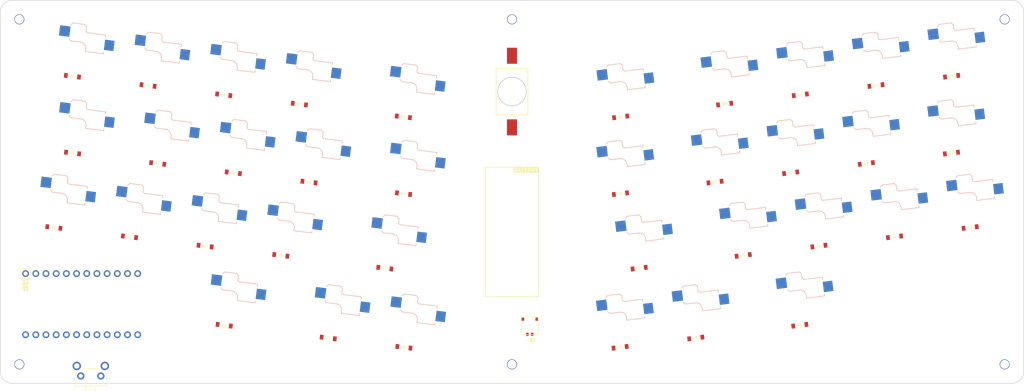
<source format=kicad_pcb>
(kicad_pcb (version 20240108) (generator "pcbnew") (generator_version "8.0")
  (title_block (title "Blasphemy") (rev "v1.0.0") (company "Unknown"))
  (layers (0 "F.Cu" signal) (31 "B.Cu" signal) (34 "B.Paste" user) (35 "F.Paste" user) (36 "B.SilkS" user "B.Silkscreen") (37 "F.SilkS" user "F.Silkscreen") (38 "B.Mask" user) (39 "F.Mask" user) (44 "Edge.Cuts" user))
  (net 0 "")
  (net 1 "RAW")
  (net 2 "GND")
  (net 3 "RST")
  (net 4 "VCC")
  (net 5 "C11")
  (net 6 "C10")
  (net 7 "C9")
  (net 8 "C8")
  (net 9 "C7")
  (net 10 "C6")
  (net 11 "C5")
  (net 12 "C4")
  (net 13 "P1")
  (net 14 "P0")
  (net 15 "C3")
  (net 16 "C2")
  (net 17 "C1")
  (net 18 "R1")
  (net 19 "R2")
  (net 20 "R3")
  (net 21 "R4")
  (net 22 "R5")
  (net 23 "q_top")
  (net 24 "w_top")
  (net 25 "e_top")
  (net 26 "r_top")
  (net 27 "t_top")
  (net 28 "mirror_q_top")
  (net 29 "mirror_w_top")
  (net 30 "mirror_e_top")
  (net 31 "mirror_r_top")
  (net 32 "mirror_t_top")
  (net 33 "a_home")
  (net 34 "s_home")
  (net 35 "d_home")
  (net 36 "f_home")
  (net 37 "g_home")
  (net 38 "mirror_a_home")
  (net 39 "mirror_s_home")
  (net 40 "mirror_d_home")
  (net 41 "mirror_f_home")
  (net 42 "mirror_g_home")
  (net 43 "z_bottom")
  (net 44 "x_bottom")
  (net 45 "c_bottom")
  (net 46 "v_bottom")
  (net 47 "b_bottom")
  (net 48 "mirror_z_bottom")
  (net 49 "mirror_x_bottom")
  (net 50 "mirror_c_bottom")
  (net 51 "mirror_v_bottom")
  (net 52 "mirror_b_bottom")
  (net 53 "flex_thumb")
  (net 54 "base_thumb")
  (net 55 "ext_thumb")
  (net 56 "mirror_flex_thumb")
  (net 57 "mirror_base_thumb")
  (net 58 "mirror_ext_thumb")
  (net 59 "BAT_CONN")
  (footprint "ComboDiode" (layer "F.Cu") (at 13.617995 44.995002 -7)
    (property "Reference" "D22" (hide yes))
    (property "Value" "")
    (pad "1" smd rect (at -1.65 0 353) (size 0.9 1.2) (layers "F.Cu" "F.Paste" "F.Mask") (net 21 "R4"))
    (pad "2" smd rect (at 1.65 0 353) (size 0.9 1.2) (layers "F.Cu" "F.Paste" "F.Mask") (net 44 "x_bottom"))
  )
  (footprint "ComboDiode" (layer "F.Cu") (at 81.896052 15.09312 -7)
    (property "Reference" "D5" (hide yes))
    (property "Value" "")
    (pad "1" smd rect (at -1.65 0 353) (size 0.9 1.2) (layers "F.Cu" "F.Paste" "F.Mask") (net 18 "R1"))
    (pad "2" smd rect (at 1.65 0 353) (size 0.9 1.2) (layers "F.Cu" "F.Paste" "F.Mask") (net 27 "t_top"))
  )
  (footprint "ComboDiode" (layer "F.Cu") (at 161.988908 11.909283 7)
    (property "Reference" "D9" (hide yes))
    (property "Value" "")
    (pad "1" smd rect (at -1.65 0 7) (size 0.9 1.2) (layers "F.Cu" "F.Paste" "F.Mask") (net 18 "R1"))
    (pad "2" smd rect (at 1.65 0 7) (size 0.9 1.2) (layers "F.Cu" "F.Paste" "F.Mask") (net 31 "mirror_r_top"))
  )
  (footprint "ComboDiode" (layer "F.Cu") (at 199.705662 7.278248 7)
    (property "Reference" "D7" (hide yes))
    (property "Value" "")
    (pad "1" smd rect (at -1.65 0 7) (size 0.9 1.2) (layers "F.Cu" "F.Paste" "F.Mask") (net 18 "R1"))
    (pad "2" smd rect (at 1.65 0 7) (size 0.9 1.2) (layers "F.Cu" "F.Paste" "F.Mask") (net 29 "mirror_w_top"))
  )
  (footprint "ComboDiode" (layer "F.Cu") (at 136.01686 34.240937 7)
    (property "Reference" "D20" (hide yes))
    (property "Value" "")
    (pad "1" smd rect (at -1.65 0 7) (size 0.9 1.2) (layers "F.Cu" "F.Paste" "F.Mask") (net 20 "R3"))
    (pad "2" smd rect (at 1.65 0 7) (size 0.9 1.2) (layers "F.Cu" "F.Paste" "F.Mask") (net 42 "mirror_g_home"))
  )
  (footprint "ComboDiode" (layer "F.Cu") (at 51.334749 49.626037 -7)
    (property "Reference" "D24" (hide yes))
    (property "Value" "")
    (pad "1" smd rect (at -1.65 0 353) (size 0.9 1.2) (layers "F.Cu" "F.Paste" "F.Mask") (net 21 "R4"))
    (pad "2" smd rect (at 1.65 0 353) (size 0.9 1.2) (layers "F.Cu" "F.Paste" "F.Mask") (net 46 "v_bottom"))
  )
  (footprint "ComboDiode" (layer "F.Cu") (at 185.47832 47.31052 7)
    (property "Reference" "D28" (hide yes))
    (property "Value" "")
    (pad "1" smd rect (at -1.65 0 7) (size 0.9 1.2) (layers "F.Cu" "F.Paste" "F.Mask") (net 21 "R4"))
    (pad "2" smd rect (at 1.65 0 7) (size 0.9 1.2) (layers "F.Cu" "F.Paste" "F.Mask") (net 50 "mirror_c_bottom"))
  )
  (footprint "ComboDiode" (layer "F.Cu") (at 178.448208 29.031022 7)
    (property "Reference" "D18" (hide yes))
    (property "Value" "")
    (pad "1" smd rect (at -1.65 0 7) (size 0.9 1.2) (layers "F.Cu" "F.Paste" "F.Mask") (net 20 "R3"))
    (pad "2" smd rect (at 1.65 0 7) (size 0.9 1.2) (layers "F.Cu" "F.Paste" "F.Mask") (net 40 "mirror_d_home"))
  )
  (footprint "ComboDiode" (layer "F.Cu") (at 20.648107 26.715505 -7)
    (property "Reference" "D12" (hide yes))
    (property "Value" "")
    (pad "1" smd rect (at -1.65 0 353) (size 0.9 1.2) (layers "F.Cu" "F.Paste" "F.Mask") (net 20 "R3"))
    (pad "2" smd rect (at 1.65 0 353) (size 0.9 1.2) (layers "F.Cu" "F.Paste" "F.Mask") (net 34 "s_home"))
  )
  (footprint "ComboDiode" (layer "F.Cu") (at 39.506484 29.031022 -7)
    (property "Reference" "D13" (hide yes))
    (property "Value" "")
    (pad "1" smd rect (at -1.65 0 353) (size 0.9 1.2) (layers "F.Cu" "F.Paste" "F.Mask") (net 20 "R3"))
    (pad "2" smd rect (at 1.65 0 353) (size 0.9 1.2) (layers "F.Cu" "F.Paste" "F.Mask") (net 35 "d_home"))
  )
  (footprint "ComboDiode" (layer "F.Cu") (at 223.195074 42.679485 7)
    (property "Reference" "D26" (hide yes))
    (property "Value" "")
    (pad "1" smd rect (at -1.65 0 7) (size 0.9 1.2) (layers "F.Cu" "F.Paste" "F.Mask") (net 21 "R4"))
    (pad "2" smd rect (at 1.65 0 7) (size 0.9 1.2) (layers "F.Cu" "F.Paste" "F.Mask") (net 48 "mirror_z_bottom"))
  )
  (footprint "ComboDiode" (layer "F.Cu") (at 197.306585 26.715505 7)
    (property "Reference" "D17" (hide yes))
    (property "Value" "")
    (pad "1" smd rect (at -1.65 0 7) (size 0.9 1.2) (layers "F.Cu" "F.Paste" "F.Mask") (net 20 "R3"))
    (pad "2" smd rect (at 1.65 0 7) (size 0.9 1.2) (layers "F.Cu" "F.Paste" "F.Mask") (net 39 "mirror_s_home"))
  )
  (footprint "ComboDiode" (layer "F.Cu") (at 37.107407 9.593766 -7)
    (property "Reference" "D3" (hide yes))
    (property "Value" "")
    (pad "1" smd rect (at -1.65 0 353) (size 0.9 1.2) (layers "F.Cu" "F.Paste" "F.Mask") (net 18 "R1"))
    (pad "2" smd rect (at 1.65 0 353) (size 0.9 1.2) (layers "F.Cu" "F.Paste" "F.Mask") (net 25 "e_top"))
  )
  (footprint "ComboDiode" (layer "F.Cu") (at 135.933301 72.53657 7)
    (property "Reference" "D36" (hide yes))
    (property "Value" "")
    (pad "1" smd rect (at -1.65 0 7) (size 0.9 1.2) (layers "F.Cu" "F.Paste" "F.Mask") (net 22 "R5"))
    (pad "2" smd rect (at 1.65 0 7) (size 0.9 1.2) (layers "F.Cu" "F.Paste" "F.Mask") (net 58 "mirror_ext_thumb"))
  )
  (footprint "ComboDiode" (layer "F.Cu") (at 82.021391 72.53657 -7)
    (property "Reference" "D33" (hide yes))
    (property "Value" "")
    (pad "1" smd rect (at -1.65 0 353) (size 0.9 1.2) (layers "F.Cu" "F.Paste" "F.Mask") (net 22 "R5"))
    (pad "2" smd rect (at 1.65 0 353) (size 0.9 1.2) (layers "F.Cu" "F.Paste" "F.Mask") (net 55 "ext_thumb"))
  )
  (footprint "ComboDiode" (layer "F.Cu") (at -0.609347 4.962731 -7)
    (property "Reference" "D1" (hide yes))
    (property "Value" "")
    (pad "1" smd rect (at -1.65 0 353) (size 0.9 1.2) (layers "F.Cu" "F.Paste" "F.Mask") (net 18 "R1"))
    (pad "2" smd rect (at 1.65 0 353) (size 0.9 1.2) (layers "F.Cu" "F.Paste" "F.Mask") (net 23 "q_top"))
  )
  (footprint "ComboDiode" (layer "F.Cu") (at 218.564039 4.962731 7)
    (property "Reference" "D6" (hide yes))
    (property "Value" "")
    (pad "1" smd rect (at -1.65 0 7) (size 0.9 1.2) (layers "F.Cu" "F.Paste" "F.Mask") (net 18 "R1"))
    (pad "2" smd rect (at 1.65 0 7) (size 0.9 1.2) (layers "F.Cu" "F.Paste" "F.Mask") (net 28 "mirror_q_top"))
  )
  (footprint "ComboDiode" (layer "F.Cu") (at 180.847285 9.593766 7)
    (property "Reference" "D8" (hide yes))
    (property "Value" "")
    (pad "1" smd rect (at -1.65 0 7) (size 0.9 1.2) (layers "F.Cu" "F.Paste" "F.Mask") (net 18 "R1"))
    (pad "2" smd rect (at 1.65 0 7) (size 0.9 1.2) (layers "F.Cu" "F.Paste" "F.Mask") (net 30 "mirror_e_top"))
  )
  (footprint "ComboDiode" (layer "F.Cu") (at 140.689675 52.809874 7)
    (property "Reference" "D30" (hide yes))
    (property "Value" "")
    (pad "1" smd rect (at -1.65 0 7) (size 0.9 1.2) (layers "F.Cu" "F.Paste" "F.Mask") (net 21 "R4"))
    (pad "2" smd rect (at 1.65 0 7) (size 0.9 1.2) (layers "F.Cu" "F.Paste" "F.Mask") (net 52 "mirror_b_bottom"))
  )
  (footprint "ComboDiode" (layer "F.Cu") (at 204.336697 44.995002 7)
    (property "Reference" "D27" (hide yes))
    (property "Value" "")
    (pad "1" smd rect (at -1.65 0 7) (size 0.9 1.2) (layers "F.Cu" "F.Paste" "F.Mask") (net 21 "R4"))
    (pad "2" smd rect (at 1.65 0 7) (size 0.9 1.2) (layers "F.Cu" "F.Paste" "F.Mask") (net 49 "mirror_x_bottom"))
  )
  (footprint "ComboDiode" (layer "F.Cu") (at 154.791678 70.221052 7)
    (property "Reference" "D35" (hide yes))
    (property "Value" "")
    (pad "1" smd rect (at -1.65 0 7) (size 0.9 1.2) (layers "F.Cu" "F.Paste" "F.Mask") (net 22 "R5"))
    (pad "2" smd rect (at 1.65 0 7) (size 0.9 1.2) (layers "F.Cu" "F.Paste" "F.Mask") (net 57 "mirror_base_thumb"))
  )
  (footprint "ComboDiode" (layer "F.Cu") (at 55.965784 11.909283 -7)
    (property "Reference" "D4" (hide yes))
    (property "Value" "")
    (pad "1" smd rect (at -1.65 0 353) (size 0.9 1.2) (layers "F.Cu" "F.Paste" "F.Mask") (net 18 "R1"))
    (pad "2" smd rect (at 1.65 0 353) (size 0.9 1.2) (layers "F.Cu" "F.Paste" "F.Mask") (net 26 "r_top"))
  )
  (footprint "ComboDiode" (layer "F.Cu") (at 37.232746 67.037216 -7)
    (property "Reference" "D31" (hide yes))
    (property "Value" "")
    (pad "1" smd rect (at -1.65 0 353) (size 0.9 1.2) (layers "F.Cu" "F.Paste" "F.Mask") (net 22 "R5"))
    (pad "2" smd rect (at 1.65 0 353) (size 0.9 1.2) (layers "F.Cu" "F.Paste" "F.Mask") (net 53 "flex_thumb"))
  )
  (footprint "mounting_hole" (layer "F.Cu") (at -13.835154 76.7869)
    (property "Reference" "H4" (hide yes))
    (property "Value" "")
    (pad "" thru_hole circle (at 0 0 180) (size 2.46 2.46) (drill 2.2) (layers "*.Cu" "*.Mask"))
  )
  (footprint "ComboDiode" (layer "F.Cu") (at -5.240382 42.679485 -7)
    (property "Reference" "D21" (hide yes))
    (property "Value" "")
    (pad "1" smd rect (at -1.65 0 353) (size 0.9 1.2) (layers "F.Cu" "F.Paste" "F.Mask") (net 21 "R4"))
    (pad "2" smd rect (at 1.65 0 353) (size 0.9 1.2) (layers "F.Cu" "F.Paste" "F.Mask") (net 43 "z_bottom"))
  )
  (footprint "ComboDiode" (layer "F.Cu") (at 81.937832 34.240937 -7)
    (property "Reference" "D15" (hide yes))
    (property "Value" "")
    (pad "1" smd rect (at -1.65 0 353) (size 0.9 1.2) (layers "F.Cu" "F.Paste" "F.Mask") (net 20 "R3"))
    (pad "2" smd rect (at 1.65 0 353) (size 0.9 1.2) (layers "F.Cu" "F.Paste" "F.Mask") (net 37 "g_home"))
  )
  (footprint "ComboDiode" (layer "F.Cu") (at -0.567567 24.110547 -7)
    (property "Reference" "D11" (hide yes))
    (property "Value" "")
    (pad "1" smd rect (at -1.65 0 353) (size 0.9 1.2) (layers "F.Cu" "F.Paste" "F.Mask") (net 20 "R3"))
    (pad "2" smd rect (at 1.65 0 353) (size 0.9 1.2) (layers "F.Cu" "F.Paste" "F.Mask") (net 33 "a_home"))
  )
  (footprint "ComboDiode" (layer "F.Cu") (at 32.476372 47.31052 -7)
    (property "Reference" "D23" (hide yes))
    (property "Value" "")
    (pad "1" smd rect (at -1.65 0 353) (size 0.9 1.2) (layers "F.Cu" "F.Paste" "F.Mask") (net 21 "R4"))
    (pad "2" smd rect (at 1.65 0 353) (size 0.9 1.2) (layers "F.Cu" "F.Paste" "F.Mask") (net 45 "c_bottom"))
  )
  (footprint "ComboDiode" (layer "F.Cu") (at 218.522259 24.110547 7)
    (property "Reference" "D16" (hide yes))
    (property "Value" "")
    (pad "1" smd rect (at -1.65 0 7) (size 0.9 1.2) (layers "F.Cu" "F.Paste" "F.Mask") (net 20 "R3"))
    (pad "2" smd rect (at 1.65 0 7) (size 0.9 1.2) (layers "F.Cu" "F.Paste" "F.Mask") (net 38 "mirror_a_home"))
  )
  (footprint "mounting_hole" (layer "F.Cu") (at 108.977346 76.7869)
    (property "Reference" "H5" (hide yes))
    (property "Value" "")
    (pad "" thru_hole circle (at 0 0 180) (size 2.46 2.46) (drill 2.2) (layers "*.Cu" "*.Mask"))
  )
  (footprint "ComboDiode" (layer "F.Cu") (at 180.721946 67.037216 7)
    (property "Reference" "D34" (hide yes))
    (property "Value" "")
    (pad "1" smd rect (at -1.65 0 7) (size 0.9 1.2) (layers "F.Cu" "F.Paste" "F.Mask") (net 22 "R5"))
    (pad "2" smd rect (at 1.65 0 7) (size 0.9 1.2) (layers "F.Cu" "F.Paste" "F.Mask") (net 56 "mirror_flex_thumb"))
  )
  (footprint "1:SKHLLCA010" (layer "F.Cu") (at 3.977346 78.4369 180)
    (property "Reference" "S37" (hide yes))
    (property "Value" "SKHLLCA010")
    (pad "1" thru_hole circle (at 2.5 -1.25 180) (size 1.8 1.8) (drill 1) (layers "*.Cu" "B.Mask") (net 3 "RST"))
    (pad "2" thru_hole circle (at -2.5 -1.25 180) (size 1.8 1.8) (drill 1) (layers "*.Cu" "B.Mask") (net 2 "GND"))
    (pad "MP" thru_hole circle (at -3.5 1.25 180) (size 2.1 2.1) (drill 1.3) (layers "*.Cu" "*.Mask"))
    (pad "MP" thru_hole circle (at 3.5 1.25 180) (size 2.1 2.1) (drill 1.3) (layers "*.Cu" "*.Mask"))
  )
  (footprint "ComboDiode" (layer "F.Cu") (at 166.619943 49.626037 7)
    (property "Reference" "D29" (hide yes))
    (property "Value" "")
    (pad "1" smd rect (at -1.65 0 7) (size 0.9 1.2) (layers "F.Cu" "F.Paste" "F.Mask") (net 21 "R4"))
    (pad "2" smd rect (at 1.65 0 7) (size 0.9 1.2) (layers "F.Cu" "F.Paste" "F.Mask") (net 51 "mirror_v_bottom"))
  )
  (footprint "mounting_hole" (layer "F.Cu") (at 231.789846 -9.2131)
    (property "Reference" "H3" (hide yes))
    (property "Value" "")
    (pad "" thru_hole circle (at 0 0 180) (size 2.46 2.46) (drill 2.2) (layers "*.Cu" "*.Mask"))
  )
  (footprint "1:1208YD" (layer "F.Cu") (at 108.977346 8.7869 -90)
    (property "Reference" "SW1" (hide yes))
    (property "Value" "" (hide yes))
    (fp_circle (center 0 0) (end 3.55 0) (stroke (width 0.2)) (fill none) (layer "Edge.Cuts"))
    (pad "1" smd rect (at -8.925 0 270) (size 4 2.5) (layers "F.Cu" "F.Paste" "F.Mask") (net 1 "RAW"))
    (pad "2" smd rect (at 8.925 0 270) (size 4 2.5) (layers "F.Cu" "F.Paste" "F.Mask") (net 59 "BAT_CONN"))
  )
  (footprint "mounting_hole" (layer "F.Cu") (at 108.977346 -9.2131)
    (property "Reference" "H2" (hide yes))
    (property "Value" "")
    (pad "" thru_hole circle (at 0 0 180) (size 2.46 2.46) (drill 2.2) (layers "*.Cu" "*.Mask"))
  )
  (footprint "ComboDiode" (layer "F.Cu") (at 159.589832 31.34654 7)
    (property "Reference" "D19" (hide yes))
    (property "Value" "")
    (pad "1" smd rect (at -1.65 0 7) (size 0.9 1.2) (layers "F.Cu" "F.Paste" "F.Mask") (net 20 "R3"))
    (pad "2" smd rect (at 1.65 0 7) (size 0.9 1.2) (layers "F.Cu" "F.Paste" "F.Mask") (net 41 "mirror_f_home"))
  )
  (footprint "ComboDiode" (layer "F.Cu") (at 18.24903 7.278248 -7)
    (property "Reference" "D2" (hide yes))
    (property "Value" "")
    (pad "1" smd rect (at -1.65 0 353) (size 0.9 1.2) (layers "F.Cu" "F.Paste" "F.Mask") (net 18 "R1"))
    (pad "2" smd rect (at 1.65 0 353) (size 0.9 1.2) (layers "F.Cu" "F.Paste" "F.Mask") (net 24 "w_top"))
  )
  (footprint "ComboDiode" (layer "F.Cu") (at 58.364861 31.34654 -7)
    (property "Reference" "D14" (hide yes))
    (property "Value" "")
    (pad "1" smd rect (at -1.65 0 353) (size 0.9 1.2) (layers "F.Cu" "F.Paste" "F.Mask") (net 20 "R3"))
    (pad "2" smd rect (at 1.65 0 353) (size 0.9 1.2) (layers "F.Cu" "F.Paste" "F.Mask") (net 36 "f_home"))
  )
  (footprint "1:supermini_front" (layer "F.Cu") (at 0.424846 61.7869 90)
    (property "Reference" "MCU1" (hide yes))
    (property "Value" "")
    (fp_text user "RAW" (at 4.76 -12.7 90) (layer "F.SilkS" knockout))
    (pad "1" thru_hole circle (at 7.62 -12.7 90) (size 1.7 1.7) (drill 1) (layers "*.Cu" "*.Mask") (net 1 "RAW"))
    (pad "2" thru_hole circle (at 7.62 -10.16 90) (size 1.7 1.7) (drill 1) (layers "*.Cu" "*.Mask") (net 2 "GND"))
    (pad "3" thru_hole circle (at 7.62 -7.62 90) (size 1.7 1.7) (drill 1) (layers "*.Cu" "*.Mask") (net 3 "RST"))
    (pad "4" thru_hole circle (at 7.62 -5.08 90) (size 1.7 1.7) (drill 1) (layers "*.Cu" "*.Mask") (net 4 "VCC"))
    (pad "5" thru_hole circle (at 7.62 -2.54 90) (size 1.7 1.7) (drill 1) (layers "*.Cu" "*.Mask") (net 5 "C11"))
    (pad "6" thru_hole circle (at 7.62 0 90) (size 1.7 1.7) (drill 1) (layers "*.Cu" "*.Mask") (net 6 "C10"))
    (pad "7" thru_hole circle (at 7.62 2.54 90) (size 1.7 1.7) (drill 1) (layers "*.Cu" "*.Mask") (net 7 "C9"))
    (pad "8" thru_hole circle (at 7.62 5.08 90) (size 1.7 1.7) (drill 1) (layers "*.Cu" "*.Mask") (net 8 "C8"))
    (pad "9" thru_hole circle (at 7.62 7.62 90) (size 1.7 1.7) (drill 1) (layers "*.Cu" "*.Mask") (net 9 "C7"))
    (pad "10" thru_hole circle (at 7.62 10.16 90) (size 1.7 1.7) (drill 1) (layers "*.Cu" "*.Mask") (net 10 "C6"))
    (pad "11" thru_hole circle (at 7.62 12.7 90) (size 1.7 1.7) (drill 1) (layers "*.Cu" "*.Mask") (net 11 "C5"))
    (pad "12" thru_hole circle (at 7.62 15.24 90) (size 1.7 1.7) (drill 1) (layers "*.Cu" "*.Mask") (net 12 "C4"))
    (pad "13" thru_hole circle (at -7.62 15.24 90) (size 1.7 1.7) (drill 1) (layers "*.Cu" "*.Mask") (net 22 "R5"))
    (pad "14" thru_hole circle (at -7.62 12.7 90) (size 1.7 1.7) (drill 1) (layers "*.Cu" "*.Mask") (net 21 "R4"))
    (pad "15" thru_hole circle (at -7.62 10.16 90) (size 1.7 1.7) (drill 1) (layers "*.Cu" "*.Mask") (net 20 "R3"))
    (pad "16" thru_hole circle (at -7.62 7.62 90) (size 1.7 1.7) (drill 1) (layers "*.Cu" "*.Mask") (net 19 "R2"))
    (pad "17" thru_hole circle (at -7.62 5.08 90) (size 1.7 1.7) (drill 1) (layers "*.Cu" "*.Mask") (net 18 "R1"))
    (pad "18" thru_hole circle (at -7.62 2.54 90) (size 1.7 1.7) (drill 1) (layers "*.Cu" "*.Mask") (net 17 "C1"))
    (pad "19" thru_hole circle (at -7.62 0 90) (size 1.7 1.7) (drill 1) (layers "*.Cu" "*.Mask") (net 16 "C2"))
    (pad "20" thru_hole circle (at -7.62 -2.54 90) (size 1.7 1.7) (drill 1) (layers "*.Cu" "*.Mask") (net 15 "C3"))
    (pad "21" thru_hole circle (at -7.62 -5.08 90) (size 1.7 1.7) (drill 1) (layers "*.Cu" "*.Mask") (net 2 "GND"))
    (pad "22" thru_hole circle (at -7.62 -7.62 90) (size 1.7 1.7) (drill 1) (layers "*.Cu" "*.Mask") (net 2 "GND"))
    (pad "23" thru_hole circle (at -7.62 -10.16 90) (size 1.7 1.7) (drill 1) (layers "*.Cu" "*.Mask") (net 14 "P0"))
    (pad "24" thru_hole circle (at -7.62 -12.7 90) (size 1.7 1.7) (drill 1) (layers "*.Cu" "*.Mask") (net 13 "P1"))
  )
  (footprint "1:conn_molex_pico_front" (layer "F.Cu") (at 113.417346 67.4369 180)
    (property "Reference" "CONN1" (hide yes))
    (property "Value" "" (hide yes))
    (fp_text user "+" (at -1.32 -2.75 180) (layer "F.SilkS" knockout) (effects (justify left bottom)))
    (pad "1" smd roundrect (at -0.6 -1.875 180) (size 0.6 0.85) (layers "F.Cu" "F.Paste" "F.Mask") (net 59 "BAT_CONN"))
    (pad "2" smd roundrect (at 0.6 -1.875 180) (size 0.6 0.85) (layers "F.Cu" "F.Paste" "F.Mask") (net 2 "GND"))
    (pad "MP" smd roundrect (at -1.75 1.9 180) (size 0.7 0.8) (layers "F.Cu" "F.Paste" "F.Mask"))
    (pad "MP" smd roundrect (at 1.75 1.9 180) (size 0.7 0.8) (layers "F.Cu" "F.Paste" "F.Mask"))
  )
  (footprint "ComboDiode" (layer "F.Cu") (at 77.265017 52.809874 -7)
    (property "Reference" "D25" (hide yes))
    (property "Value" "")
    (pad "1" smd rect (at -1.65 0 353) (size 0.9 1.2) (layers "F.Cu" "F.Paste" "F.Mask") (net 21 "R4"))
    (pad "2" smd rect (at 1.65 0 353) (size 0.9 1.2) (layers "F.Cu" "F.Paste" "F.Mask") (net 47 "b_bottom"))
  )
  (footprint "mounting_hole" (layer "F.Cu") (at -13.835154 -9.2131)
    (property "Reference" "H1" (hide yes))
    (property "Value" "")
    (pad "" thru_hole circle (at 0 0 180) (size 2.46 2.46) (drill 2.2) (layers "*.Cu" "*.Mask"))
  )
  (footprint "mounting_hole" (layer "F.Cu") (at 231.789846 76.7869)
    (property "Reference" "H6" (hide yes))
    (property "Value" "")
    (pad "" thru_hole circle (at 0 0 180) (size 2.46 2.46) (drill 2.2) (layers "*.Cu" "*.Mask"))
  )
  (footprint "ComboDiode" (layer "F.Cu") (at 63.163014 70.221052 -7)
    (property "Reference" "D32" (hide yes))
    (property "Value" "")
    (pad "1" smd rect (at -1.65 0 353) (size 0.9 1.2) (layers "F.Cu" "F.Paste" "F.Mask") (net 22 "R5"))
    (pad "2" smd rect (at 1.65 0 353) (size 0.9 1.2) (layers "F.Cu" "F.Paste" "F.Mask") (net 54 "base_thumb"))
  )
  (footprint "ComboDiode" (layer "F.Cu") (at 136.05864 15.09312 7)
    (property "Reference" "D10" (hide yes))
    (property "Value" "")
    (pad "1" smd rect (at -1.65 0 7) (size 0.9 1.2) (layers "F.Cu" "F.Paste" "F.Mask") (net 18 "R1"))
    (pad "2" smd rect (at 1.65 0 7) (size 0.9 1.2) (layers "F.Cu" "F.Paste" "F.Mask") (net 32 "mirror_t_top"))
  )
  (footprint "1:switch_choc_v1_v2_blp_1.5u_home_tilted_r" (layer "B.Cu") (at 135.407514 29.278206 7)
    (property "Reference" "S20" (hide yes))
    (property "Value" "")
    (pad "" np_thru_hole circle (at -5.5 0 7) (size 1.9 1.9) (drill 1.9) (layers "*.Cu"))
    (pad "" np_thru_hole circle (at 0 -5.95 7) (size 3 3) (drill 3) (layers "*.Cu" "*.Mask"))
    (pad "" np_thru_hole circle (at 0 0 7) (size 5 5) (drill 5) (layers "*.Cu"))
    (pad "" np_thru_hole circle (at 5 -3.75 202) (size 3 3) (drill 3) (layers "*.Cu" "*.Mask"))
    (pad "" np_thru_hole circle (at 5.5 0 7) (size 1.9 1.9) (drill 1.9) (layers "*.Cu"))
    (pad "1" smd rect (at -3.275 -5.95 7) (size 2.6 2.6) (layers "B.Cu" "B.Paste" "B.Mask") (net 11 "C5"))
    (pad "2" smd rect (at 8.175 -3.75 7) (size 2.4 2.6) (layers "B.Cu" "B.Paste" "B.Mask") (net 42 "mirror_g_home"))
  )
  (footprint "1:switch_choc_v1_v2_blp_1.75u_bottom_tilted" (layer "B.Cu") (at 77.874364 47.847143 -7)
    (property "Reference" "S25" (hide yes))
    (property "Value" "")
    (pad "" np_thru_hole circle (at -5.5 0 353) (size 1.9 1.9) (drill 1.9) (layers "*.Cu"))
    (pad "" np_thru_hole circle (at 0 -5.95 353) (size 3 3) (drill 3) (layers "*.Cu" "*.Mask"))
    (pad "" np_thru_hole circle (at 0 0 353) (size 5 5) (drill 5) (layers "*.Cu"))
    (pad "" np_thru_hole circle (at 5 -3.75 188) (size 3 3) (drill 3) (layers "*.Cu" "*.Mask"))
    (pad "" np_thru_hole circle (at 5.5 0 353) (size 1.9 1.9) (drill 1.9) (layers "*.Cu"))
    (pad "1" smd rect (at -3.275 -5.95 353) (size 2.6 2.6) (layers "B.Cu" "B.Paste" "B.Mask") (net 11 "C5"))
    (pad "2" smd rect (at 8.175 -3.75 353) (size 2.4 2.6) (layers "B.Cu" "B.Paste" "B.Mask") (net 47 "b_bottom"))
  )
  (footprint "1:switch_choc_v1_v2_blp_1u_convex_ext_r" (layer "B.Cu") (at 135.323955 67.573839 7)
    (property "Reference" "S36" (hide yes))
    (property "Value" "")
    (pad "" np_thru_hole circle (at -5.5 0 7) (size 1.9 1.9) (drill 1.9) (layers "*.Cu"))
    (pad "" np_thru_hole circle (at 0 -5.95 7) (size 3 3) (drill 3) (layers "*.Cu" "*.Mask"))
    (pad "" np_thru_hole circle (at 0 0 7) (size 5 5) (drill 5) (layers "*.Cu"))
    (pad "" np_thru_hole circle (at 5 -3.75 202) (size 3 3) (drill 3) (layers "*.Cu" "*.Mask"))
    (pad "" np_thru_hole circle (at 5.5 0 7) (size 1.9 1.9) (drill 1.9) (layers "*.Cu"))
    (pad "1" smd rect (at -3.275 -5.95 7) (size 2.6 2.6) (layers "B.Cu" "B.Paste" "B.Mask") (net 15 "C3"))
    (pad "2" smd rect (at 8.175 -3.75 7) (size 2.4 2.6) (layers "B.Cu" "B.Paste" "B.Mask") (net 58 "mirror_ext_thumb"))
  )
  (footprint "1:switch_choc_v1_v2_blp_1u_home" (layer "B.Cu") (at 158.980485 26.383809 7)
    (property "Reference" "S19" (hide yes))
    (property "Value" "")
    (pad "" np_thru_hole circle (at -5.5 0 7) (size 1.9 1.9) (drill 1.9) (layers "*.Cu"))
    (pad "" np_thru_hole circle (at 0 -5.95 7) (size 3 3) (drill 3) (layers "*.Cu" "*.Mask"))
    (pad "" np_thru_hole circle (at 0 0 7) (size 5 5) (drill 5) (layers "*.Cu"))
    (pad "" np_thru_hole circle (at 5 -3.75 202) (size 3 3) (drill 3) (layers "*.Cu" "*.Mask"))
    (pad "" np_thru_hole circle (at 5.5 0 7) (size 1.9 1.9) (drill 1.9) (layers "*.Cu"))
    (pad "1" smd rect (at -3.275 -5.95 7) (size 2.6 2.6) (layers "B.Cu" "B.Paste" "B.Mask") (net 12 "C4"))
    (pad "2" smd rect (at 8.175 -3.75 7) (size 2.4 2.6) (layers "B.Cu" "B.Paste" "B.Mask") (net 41 "mirror_f_home"))
  )
  (footprint "1:switch_choc_v1_v2_blp_1u_convex_flex" (layer "B.Cu") (at 37.842093 62.074485 -7)
    (property "Reference" "S31" (hide yes))
    (property "Value" "")
    (pad "" np_thru_hole circle (at -5.5 0 353) (size 1.9 1.9) (drill 1.9) (layers "*.Cu"))
    (pad "" np_thru_hole circle (at 0 -5.95 353) (size 3 3) (drill 3) (layers "*.Cu" "*.Mask"))
    (pad "" np_thru_hole circle (at 0 0 353) (size 5 5) (drill 5) (layers "*.Cu"))
    (pad "" np_thru_hole circle (at 5 -3.75 188) (size 3 3) (drill 3) (layers "*.Cu" "*.Mask"))
    (pad "" np_thru_hole circle (at 5.5 0 353) (size 1.9 1.9) (drill 1.9) (layers "*.Cu"))
    (pad "1" smd rect (at -3.275 -5.95 353) (size 2.6 2.6) (layers "B.Cu" "B.Paste" "B.Mask") (net 17 "C1"))
    (pad "2" smd rect (at 8.175 -3.75 353) (size 2.4 2.6) (layers "B.Cu" "B.Paste" "B.Mask") (net 53 "flex_thumb"))
  )
  (footprint "1:switch_choc_v1_v2_blp_1u_top" (layer "B.Cu") (at 217.954692 0 7)
    (property "Reference" "S6" (hide yes))
    (property "Value" "")
    (pad "" np_thru_hole circle (at -5.5 0 7) (size 1.9 1.9) (drill 1.9) (layers "*.Cu"))
    (pad "" np_thru_hole circle (at 0 -5.95 7) (size 3 3) (drill 3) (layers "*.Cu" "*.Mask"))
    (pad "" np_thru_hole circle (at 0 0 7) (size 5 5) (drill 5) (layers "*.Cu"))
    (pad "" np_thru_hole circle (at 5 -3.75 202) (size 3 3) (drill 3) (layers "*.Cu" "*.Mask"))
    (pad "" np_thru_hole circle (at 5.5 0 7) (size 1.9 1.9) (drill 1.9) (layers "*.Cu"))
    (pad "1" smd rect (at -3.275 -5.95 7) (size 2.6 2.6) (layers "B.Cu" "B.Paste" "B.Mask") (net 17 "C1"))
    (pad "2" smd rect (at 8.175 -3.75 7) (size 2.4 2.6) (layers "B.Cu" "B.Paste" "B.Mask") (net 28 "mirror_q_top"))
  )
  (footprint "1:switch_choc_v1_v2_blp_1u_bottom" (layer "B.Cu") (at -4.631035 37.716754 -7)
    (property "Reference" "S21" (hide yes))
    (property "Value" "")
    (pad "" np_thru_hole circle (at -5.5 0 353) (size 1.9 1.9) (drill 1.9) (layers "*.Cu"))
    (pad "" np_thru_hole circle (at 0 -5.95 353) (size 3 3) (drill 3) (layers "*.Cu" "*.Mask"))
    (pad "" np_thru_hole circle (at 0 0 353) (size 5 5) (drill 5) (layers "*.Cu"))
    (pad "" np_thru_hole circle (at 5 -3.75 188) (size 3 3) (drill 3) (layers "*.Cu" "*.Mask"))
    (pad "" np_thru_hole circle (at 5.5 0 353) (size 1.9 1.9) (drill 1.9) (layers "*.Cu"))
    (pad "1" smd rect (at -3.275 -5.95 353) (size 2.6 2.6) (layers "B.Cu" "B.Paste" "B.Mask") (net 17 "C1"))
    (pad "2" smd rect (at 8.175 -3.75 353) (size 2.4 2.6) (layers "B.Cu" "B.Paste" "B.Mask") (net 43 "z_bottom"))
  )
  (footprint "1:switch_choc_v1_v2_blp_1u_bottom" (layer "B.Cu") (at 51.944096 44.663306 -7)
    (property "Reference" "S24" (hide yes))
    (property "Value" "")
    (pad "" np_thru_hole circle (at -5.5 0 353) (size 1.9 1.9) (drill 1.9) (layers "*.Cu"))
    (pad "" np_thru_hole circle (at 0 -5.95 353) (size 3 3) (drill 3) (layers "*.Cu" "*.Mask"))
    (pad "" np_thru_hole circle (at 0 0 353) (size 5 5) (drill 5) (layers "*.Cu"))
    (pad "" np_thru_hole circle (at 5 -3.75 188) (size 3 3) (drill 3) (layers "*.Cu" "*.Mask"))
    (pad "" np_thru_hole circle (at 5.5 0 353) (size 1.9 1.9) (drill 1.9) (layers "*.Cu"))
    (pad "1" smd rect (at -3.275 -5.95 353) (size 2.6 2.6) (layers "B.Cu" "B.Paste" "B.Mask") (net 12 "C4"))
    (pad "2" smd rect (at 8.175 -3.75 353) (size 2.4 2.6) (layers "B.Cu" "B.Paste" "B.Mask") (net 46 "v_bottom"))
  )
  (footprint "1:switch_choc_v1_v2_blp_1.5u_home_tilted" (layer "B.Cu") (at 82.547179 29.278206 -7)
    (property "Reference" "S15" (hide yes))
    (property "Value" "")
    (pad "" np_thru_hole circle (at -5.5 0 353) (size 1.9 1.9) (drill 1.9) (layers "*.Cu"))
    (pad "" np_thru_hole circle (at 0 -5.95 353) (size 3 3) (drill 3) (layers "*.Cu" "*.Mask"))
    (pad "" np_thru_hole circle (at 0 0 353) (size 5 5) (drill 5) (layers "*.Cu"))
    (pad "" np_thru_hole circle (at 5 -3.75 188) (size 3 3) (drill 3) (layers "*.Cu" "*.Mask"))
    (pad "" np_thru_hole circle (at 5.5 0 353) (size 1.9 1.9) (drill 1.9) (layers "*.Cu"))
    (pad "1" smd rect (at -3.275 -5.95 353) (size 2.6 2.6) (layers "B.Cu" "B.Paste" "B.Mask") (net 11 "C5"))
    (pad "2" smd rect (at 8.175 -3.75 353) (size 2.4 2.6) (layers "B.Cu" "B.Paste" "B.Mask") (net 37 "g_home"))
  )
  (footprint "1:switch_choc_v1_v2_blp_1.75u_bottom_tilted_r" (layer "B.Cu") (at 140.080328 47.847143 7)
    (property "Reference" "S30" (hide yes))
    (property "Value" "")
    (pad "" np_thru_hole circle (at -5.5 0 7) (size 1.9 1.9) (drill 1.9) (layers "*.Cu"))
    (pad "" np_thru_hole circle (at 0 -5.95 7) (size 3 3) (drill 3) (layers "*.Cu" "*.Mask"))
    (pad "" np_thru_hole circle (at 0 0 7) (size 5 5) (drill 5) (layers "*.Cu"))
    (pad "" np_thru_hole circle (at 5 -3.75 202) (size 3 3) (drill 3) (layers "*.Cu" "*.Mask"))
    (pad "" np_thru_hole circle (at 5.5 0 7) (size 1.9 1.9) (drill 1.9) (layers "*.Cu"))
    (pad "1" smd rect (at -3.275 -5.95 7) (size 2.6 2.6) (layers "B.Cu" "B.Paste" "B.Mask") (net 11 "C5"))
    (pad "2" smd rect (at 8.175 -3.75 7) (size 2.4 2.6) (layers "B.Cu" "B.Paste" "B.Mask") (net 52 "mirror_b_bottom"))
  )
  (footprint "1:switch_choc_v1_v2_blp_1u_convex_ext" (layer "B.Cu") (at 82.630738 67.573839 -7)
    (property "Reference" "S33" (hide yes))
    (property "Value" "")
    (pad "" np_thru_hole circle (at -5.5 0 353) (size 1.9 1.9) (drill 1.9) (layers "*.Cu"))
    (pad "" np_thru_hole circle (at 0 -5.95 353) (size 3 3) (drill 3) (layers "*.Cu" "*.Mask"))
    (pad "" np_thru_hole circle (at 0 0 353) (size 5 5) (drill 5) (layers "*.Cu"))
    (pad "" np_thru_hole circle (at 5 -3.75 188) (size 3 3) (drill 3) (layers "*.Cu" "*.Mask"))
    (pad "" np_thru_hole circle (at 5.5 0 353) (size 1.9 1.9) (drill 1.9) (layers "*.Cu"))
    (pad "1" smd rect (at -3.275 -5.95 353) (size 2.6 2.6) (layers "B.Cu" "B.Paste" "B.Mask") (net 15 "C3"))
    (pad "2" smd rect (at 8.175 -3.75 353) (size 2.4 2.6) (layers "B.Cu" "B.Paste" "B.Mask") (net 55 "ext_thumb"))
  )
  (footprint "1:switch_choc_v1_v2_blp_1u_top" (layer "B.Cu") (at 56.575131 6.946553 -7)
    (property "Reference" "S4" (hide yes))
    (property "Value" "")
    (pad "" np_thru_hole circle (at -5.5 0 353) (size 1.9 1.9) (drill 1.9) (layers "*.Cu"))
    (pad "" np_thru_hole circle (at 0 -5.95 353) (size 3 3) (drill 3) (layers "*.Cu" "*.Mask"))
    (pad "" np_thru_hole circle (at 0 0 353) (size 5 5) (drill 5) (layers "*.Cu"))
    (pad "" np_thru_hole circle (at 5 -3.75 188) (size 3 3) (drill 3) (layers "*.Cu" "*.Mask"))
    (pad "" np_thru_hole circle (at 5.5 0 353) (size 1.9 1.9) (drill 1.9) (layers "*.Cu"))
    (pad "1" smd rect (at -3.275 -5.95 353) (size 2.6 2.6) (layers "B.Cu" "B.Paste" "B.Mask") (net 12 "C4"))
    (pad "2" smd rect (at 8.175 -3.75 353) (size 2.4 2.6) (layers "B.Cu" "B.Paste" "B.Mask") (net 26 "r_top"))
  )
  (footprint "1:switch_choc_v1_v2_blp_1u_top" (layer "B.Cu") (at 0 0 -7)
    (property "Reference" "S1" (hide yes))
    (property "Value" "")
    (pad "" np_thru_hole circle (at -5.5 0 353) (size 1.9 1.9) (drill 1.9) (layers "*.Cu"))
    (pad "" np_thru_hole circle (at 0 -5.95 353) (size 3 3) (drill 3) (layers "*.Cu" "*.Mask"))
    (pad "" np_thru_hole circle (at 0 0 353) (size 5 5) (drill 5) (layers "*.Cu"))
    (pad "" np_thru_hole circle (at 5 -3.75 188) (size 3 3) (drill 3) (layers "*.Cu" "*.Mask"))
    (pad "" np_thru_hole circle (at 5.5 0 353) (size 1.9 1.9) (drill 1.9) (layers "*.Cu"))
    (pad "1" smd rect (at -3.275 -5.95 353) (size 2.6 2.6) (layers "B.Cu" "B.Paste" "B.Mask") (net 17 "C1"))
    (pad "2" smd rect (at 8.175 -3.75 353) (size 2.4 2.6) (layers "B.Cu" "B.Paste" "B.Mask") (net 23 "q_top"))
  )
  (footprint "1:switch_choc_v1_v2_blp_1u_home" (layer "B.Cu") (at 177.838862 24.068291 7)
    (property "Reference" "S18" (hide yes))
    (property "Value" "")
    (pad "" np_thru_hole circle (at -5.5 0 7) (size 1.9 1.9) (drill 1.9) (layers "*.Cu"))
    (pad "" np_thru_hole circle (at 0 -5.95 7) (size 3 3) (drill 3) (layers "*.Cu" "*.Mask"))
    (pad "" np_thru_hole circle (at 0 0 7) (size 5 5) (drill 5) (layers "*.Cu"))
    (pad "" np_thru_hole circle (at 5 -3.75 202) (size 3 3) (drill 3) (layers "*.Cu" "*.Mask"))
    (pad "" np_thru_hole circle (at 5.5 0 7) (size 1.9 1.9) (drill 1.9) (layers "*.Cu"))
    (pad "1" smd rect (at -3.275 -5.95 7) (size 2.6 2.6) (layers "B.Cu" "B.Paste" "B.Mask") (net 15 "C3"))
    (pad "2" smd rect (at 8.175 -3.75 7) (size 2.4 2.6) (layers "B.Cu" "B.Paste" "B.Mask") (net 40 "mirror_d_home"))
  )
  (footprint "1:switch_choc_v1_v2_blp_1.75u_top_tilted_r" (layer "B.Cu") (at 135.449293 10.130389 7)
    (property "Reference" "S10" (hide yes))
    (property "Value" "")
    (pad "" np_thru_hole circle (at -5.5 0 7) (size 1.9 1.9) (drill 1.9) (layers "*.Cu"))
    (pad "" np_thru_hole circle (at 0 -5.95 7) (size 3 3) (drill 3) (layers "*.Cu" "*.Mask"))
    (pad "" np_thru_hole circle (at 0 0 7) (size 5 5) (drill 5) (layers "*.Cu"))
    (pad "" np_thru_hole circle (at 5 -3.75 202) (size 3 3) (drill 3) (layers "*.Cu" "*.Mask"))
    (pad "" np_thru_hole circle (at 5.5 0 7) (size 1.9 1.9) (drill 1.9) (layers "*.Cu"))
    (pad "1" smd rect (at -3.275 -5.95 7) (size 2.6 2.6) (layers "B.Cu" "B.Paste" "B.Mask") (net 11 "C5"))
    (pad "2" smd rect (at 8.175 -3.75 7) (size 2.4 2.6) (layers "B.Cu" "B.Paste" "B.Mask") (net 32 "mirror_t_top"))
  )
  (footprint "1:switch_choc_v1_v2_blp_1u_convex_base" (layer "B.Cu") (at 63.772361 65.258321 -7)
    (property "Reference" "S32" (hide yes))
    (property "Value" "")
    (pad "" np_thru_hole circle (at -5.5 0 353) (size 1.9 1.9) (drill 1.9) (layers "*.Cu"))
    (pad "" np_thru_hole circle (at 0 -5.95 353) (size 3 3) (drill 3) (layers "*.Cu" "*.Mask"))
    (pad "" np_thru_hole circle (at 0 0 353) (size 5 5) (drill 5) (layers "*.Cu"))
    (pad "" np_thru_hole circle (at 5 -3.75 188) (size 3 3) (drill 3) (layers "*.Cu" "*.Mask"))
    (pad "" np_thru_hole circle (at 5.5 0 353) (size 1.9 1.9) (drill 1.9) (layers "*.Cu"))
    (pad "1" smd rect (at -3.275 -5.95 353) (size 2.6 2.6) (layers "B.Cu" "B.Paste" "B.Mask") (net 16 "C2"))
    (pad "2" smd rect (at 8.175 -3.75 353) (size 2.4 2.6) (layers "B.Cu" "B.Paste" "B.Mask") (net 54 "base_thumb"))
  )
  (footprint "1:switch_choc_v1_v2_blp_1u_bottom" (layer "B.Cu") (at 203.72735 40.032271 7)
    (property "Reference" "S27" (hide yes))
    (property "Value" "")
    (pad "" np_thru_hole circle (at -5.5 0 7) (size 1.9 1.9) (drill 1.9) (layers "*.Cu"))
    (pad "" np_thru_hole circle (at 0 -5.95 7) (size 3 3) (drill 3) (layers "*.Cu" "*.Mask"))
    (pad "" np_thru_hole circle (at 0 0 7) (size 5 5) (drill 5) (layers "*.Cu"))
    (pad "" np_thru_hole circle (at 5 -3.75 202) (size 3 3) (drill 3) (layers "*.Cu" "*.Mask"))
    (pad "" np_thru_hole circle (at 5.5 0 7) (size 1.9 1.9) (drill 1.9) (layers "*.Cu"))
    (pad "1" smd rect (at -3.275 -5.95 7) (size 2.6 2.6) (layers "B.Cu" "B.Paste" "B.Mask") (net 16 "C2"))
    (pad "2" smd rect (at 8.175 -3.75 7) (size 2.4 2.6) (layers "B.Cu" "B.Paste" "B.Mask") (net 49 "mirror_x_bottom"))
  )
  (footprint "1:switch_choc_v1_v2_blp_1u_bottom" (layer "B.Cu") (at 33.085719 42.347789 -7)
    (property "Reference" "S23" (hide yes))
    (property "Value" "")
    (pad "" np_thru_hole circle (at -5.5 0 353) (size 1.9 1.9) (drill 1.9) (layers "*.Cu"))
    (pad "" np_thru_hole circle (at 0 -5.95 353) (size 3 3) (drill 3) (layers "*.Cu" "*.Mask"))
    (pad "" np_thru_hole circle (at 0 0 353) (size 5 5) (drill 5) (layers "*.Cu"))
    (pad "" np_thru_hole circle (at 5 -3.75 188) (size 3 3) (drill 3) (layers "*.Cu" "*.Mask"))
    (pad "" np_thru_hole circle (at 5.5 0 353) (size 1.9 1.9) (drill 1.9) (layers "*.Cu"))
    (pad "1" smd rect (at -3.275 -5.95 353) (size 2.6 2.6) (layers "B.Cu" "B.Paste" "B.Mask") (net 15 "C3"))
    (pad "2" smd rect (at 8.175 -3.75 353) (size 2.4 2.6) (layers "B.Cu" "B.Paste" "B.Mask") (net 45 "c_bottom"))
  )
  (footprint "1:switch_choc_v1_v2_blp_1u_convex_flex" (layer "B.Cu") (at 180.1126 62.074485 7)
    (property "Reference" "S34" (hide yes))
    (property "Value" "")
    (pad "" np_thru_hole circle (at -5.5 0 7) (size 1.9 1.9) (drill 1.9) (layers "*.Cu"))
    (pad "" np_thru_hole circle (at 0 -5.95 7) (size 3 3) (drill 3) (layers "*.Cu" "*.Mask"))
    (pad "" np_thru_hole circle (at 0 0 7) (size 5 5) (drill 5) (layers "*.Cu"))
    (pad "" np_thru_hole circle (at 5 -3.75 202) (size 3 3) (drill 3) (layers "*.Cu" "*.Mask"))
    (pad "" np_thru_hole circle (at 5.5 0 7) (size 1.9 1.9) (drill 1.9) (layers "*.Cu"))
    (pad "1" smd rect (at -3.275 -5.95 7) (size 2.6 2.6) (layers "B.Cu" "B.Paste" "B.Mask") (net 17 "C1"))
    (pad "2" smd rect (at 8.175 -3.75 7) (size 2.4 2.6) (layers "B.Cu" "B.Paste" "B.Mask") (net 56 "mirror_flex_thumb"))
  )
  (footprint "1:switch_choc_v1_v2_blp_1.75u_top_tilted" (layer "B.Cu") (at 82.505399 10.130389 -7)
    (property "Reference" "S5" (hide yes))
    (property "Value" "")
    (pad "" np_thru_hole circle (at -5.5 0 353) (size 1.9 1.9) (drill 1.9) (layers "*.Cu"))
    (pad "" np_thru_hole circle (at 0 -5.95 353) (size 3 3) (drill 3) (layers "*.Cu" "*.Mask"))
    (pad "" np_thru_hole circle (at 0 0 353) (size 5 5) (drill 5) (layers "*.Cu"))
    (pad "" np_thru_hole circle (at 5 -3.75 188) (size 3 3) (drill 3) (layers "*.Cu" "*.Mask"))
    (pad "" np_thru_hole circle (at 5.5 0 353) (size 1.9 1.9) (drill 1.9) (layers "*.Cu"))
    (pad "1" smd rect (at -3.275 -5.95 353) (size 2.6 2.6) (layers "B.Cu" "B.Paste" "B.Mask") (net 11 "C5"))
    (pad "2" smd rect (at 8.175 -3.75 353) (size 2.4 2.6) (layers "B.Cu" "B.Paste" "B.Mask") (net 27 "t_top"))
  )
  (footprint "1:switch_choc_v1_v2_blp_1u_top" (layer "B.Cu") (at 37.716754 4.631035 -7)
    (property "Reference" "S3" (hide yes))
    (property "Value" "")
    (pad "" np_thru_hole circle (at -5.5 0 353) (size 1.9 1.9) (drill 1.9) (layers "*.Cu"))
    (pad "" np_thru_hole circle (at 0 -5.95 353) (size 3 3) (drill 3) (layers "*.Cu" "*.Mask"))
    (pad "" np_thru_hole circle (at 0 0 353) (size 5 5) (drill 5) (layers "*.Cu"))
    (pad "" np_thru_hole circle (at 5 -3.75 188) (size 3 3) (drill 3) (layers "*.Cu" "*.Mask"))
    (pad "" np_thru_hole circle (at 5.5 0 353) (size 1.9 1.9) (drill 1.9) (layers "*.Cu"))
    (pad "1" smd rect (at -3.275 -5.95 353) (size 2.6 2.6) (layers "B.Cu" "B.Paste" "B.Mask") (net 15 "C3"))
    (pad "2" smd rect (at 8.175 -3.75 353) (size 2.4 2.6) (layers "B.Cu" "B.Paste" "B.Mask") (net 25 "e_top"))
  )
  (footprint "1:switch_choc_v1_v2_blp_1u_top" (layer "B.Cu") (at 18.858377 2.315518 -7)
    (property "Reference" "S2" (hide yes))
    (property "Value" "")
    (pad "" np_thru_hole circle (at -5.5 0 353) (size 1.9 1.9) (drill 1.9) (layers "*.Cu"))
    (pad "" np_thru_hole circle (at 0 -5.95 353) (size 3 3) (drill 3) (layers "*.Cu" "*.Mask"))
    (pad "" np_thru_hole circle (at 0 0 353) (size 5 5) (drill 5) (layers "*.Cu"))
    (pad "" np_thru_hole circle (at 5 -3.75 188) (size 3 3) (drill 3) (layers "*.Cu" "*.Mask"))
    (pad "" np_thru_hole circle (at 5.5 0 353) (size 1.9 1.9) (drill 1.9) (layers "*.Cu"))
    (pad "1" smd rect (at -3.275 -5.95 353) (size 2.6 2.6) (layers "B.Cu" "B.Paste" "B.Mask") (net 16 "C2"))
    (pad "2" smd rect (at 8.175 -3.75 353) (size 2.4 2.6) (layers "B.Cu" "B.Paste" "B.Mask") (net 24 "w_top"))
  )
  (footprint "1:switch_choc_v1_v2_blp_1u_bottom" (layer "B.Cu") (at 184.868973 42.347789 7)
    (property "Reference" "S28" (hide yes))
    (property "Value" "")
    (pad "" np_thru_hole circle (at -5.5 0 7) (size 1.9 1.9) (drill 1.9) (layers "*.Cu"))
    (pad "" np_thru_hole circle (at 0 -5.95 7) (size 3 3) (drill 3) (layers "*.Cu" "*.Mask"))
    (pad "" np_thru_hole circle (at 0 0 7) (size 5 5) (drill 5) (layers "*.Cu"))
    (pad "" np_thru_hole circle (at 5 -3.75 202) (size 3 3) (drill 3) (layers "*.Cu" "*.Mask"))
    (pad "" np_thru_hole circle (at 5.5 0 7) (size 1.9 1.9) (drill 1.9) (layers "*.Cu"))
    (pad "1" smd rect (at -3.275 -5.95 7) (size 2.6 2.6) (layers "B.Cu" "B.Paste" "B.Mask") (net 15 "C3"))
    (pad "2" smd rect (at 8.175 -3.75 7) (size 2.4 2.6) (layers "B.Cu" "B.Paste" "B.Mask") (net 50 "mirror_c_bottom"))
  )
  (footprint "1:switch_choc_v1_v2_blp_1.25u_home" (layer "B.Cu") (at 217.912913 19.147817 7)
    (property "Reference" "S16" (hide yes))
    (property "Value" "")
    (pad "" np_thru_hole circle (at -5.5 0 7) (size 1.9 1.9) (drill 1.9) (layers "*.Cu"))
    (pad "" np_thru_hole circle (at 0 -5.95 7) (size 3 3) (drill 3) (layers "*.Cu" "*.Mask"))
    (pad "" np_thru_hole circle (at 0 0 7) (size 5 5) (drill 5) (layers "*.Cu"))
    (pad "" np_thru_hole circle (at 5 -3.75 202) (size 3 3) (drill 3) (layers "*.Cu" "*.Mask"))
    (pad "" np_thru_hole circle (at 5.5 0 7) (size 1.9 1.9) (drill 1.9) (layers "*.Cu"))
    (pad "1" smd rect (at -3.275 -5.95 7) (size 2.6 2.6) (layers "B.Cu" "B.Paste" "B.Mask") (net 17 "C1"))
    (pad "2" smd rect (at 8.175 -3.75 7) (size 2.4 2.6) (layers "B.Cu" "B.Paste" "B.Mask") (net 38 "mirror_a_home"))
  )
  (footprint "1:switch_choc_v1_v2_blp_1.25u_home" (layer "B.Cu") (at 0.04178 19.147817 -7)
    (property "Reference" "S11" (hide yes))
    (property "Value" "")
    (pad "" np_thru_hole circle (at -5.5 0 353) (size 1.9 1.9) (drill 1.9) (layers "*.Cu"))
    (pad "" np_thru_hole circle (at 0 -5.95 353) (size 3 3) (drill 3) (layers "*.Cu" "*.Mask"))
    (pad "" np_thru_hole circle (at 0 0 353) (size 5 5) (drill 5) (layers "*.Cu"))
    (pad "" np_thru_hole circle (at 5 -3.75 188) (size 3 3) (drill 3) (layers "*.Cu" "*.Mask"))
    (pad "" np_thru_hole circle (at 5.5 0 353) (size 1.9 1.9) (drill 1.9) (layers "*.Cu"))
    (pad "1" smd rect (at -3.275 -5.95 353) (size 2.6 2.6) (layers "B.Cu" "B.Paste" "B.Mask") (net 17 "C1"))
    (pad "2" smd rect (at 8.175 -3.75 353) (size 2.4 2.6) (layers "B.Cu" "B.Paste" "B.Mask") (net 33 "a_home"))
  )
  (footprint "1:switch_choc_v1_v2_blp_1u_home" (layer "B.Cu") (at 196.697239 21.752774 7)
    (property "Reference" "S17" (hide yes))
    (property "Value" "")
    (pad "" np_thru_hole circle (at -5.5 0 7) (size 1.9 1.9) (drill 1.9) (layers "*.Cu"))
    (pad "" np_thru_hole circle (at 0 -5.95 7) (size 3 3) (drill 3) (layers "*.Cu" "*.Mask"))
    (pad "" np_thru_hole circle (at 0 0 7) (size 5 5) (drill 5) (layers "*.Cu"))
    (pad "" np_thru_hole circle (at 5 -3.75 202) (size 3 3) (drill 3) (layers "*.Cu" "*.Mask"))
    (pad "" np_thru_hole circle (at 5.5 0 7) (size 1.9 1.9) (drill 1.9) (layers "*.Cu"))
    (pad "1" smd rect (at -3.275 -5.95 7) (size 2.6 2.6) (layers "B.Cu" "B.Paste" "B.Mask") (net 16 "C2"))
    (pad "2" smd rect (at 8.175 -3.75 7) (size 2.4 2.6) (layers "B.Cu" "B.Paste" "B.Mask") (net 39 "mirror_s_home"))
  )
  (footprint "1:switch_choc_v1_v2_blp_1u_convex_base" (layer "B.Cu") (at 154.182331 65.258321 7)
    (property "Reference" "S35" (hide yes))
    (property "Value" "")
    (pad "" np_thru_hole circle (at -5.5 0 7) (size 1.9 1.9) (drill 1.9) (layers "*.Cu"))
    (pad "" np_thru_hole circle (at 0 -5.95 7) (size 3 3) (drill 3) (layers "*.Cu" "*.Mask"))
    (pad "" np_thru_hole circle (at 0 0 7) (size 5 5) (drill 5) (layers "*.Cu"))
    (pad "" np_thru_hole circle (at 5 -3.75 202) (size 3 3) (drill 3) (layers "*.Cu" "*.Mask"))
    (pad "" np_thru_hole circle (at 5.5 0 7) (size 1.9 1.9) (drill 1.9) (layers "*.Cu"))
    (pad "1" smd rect (at -3.275 -5.95 7) (size 2.6 2.6) (layers "B.Cu" "B.Paste" "B.Mask") (net 16 "C2"))
    (pad "2" smd rect (at 8.175 -3.75 7) (size 2.4 2.6) (layers "B.Cu" "B.Paste" "B.Mask") (net 57 "mirror_base_thumb"))
  )
  (footprint "1:switch_choc_v1_v2_blp_1u_top" (layer "B.Cu") (at 180.237938 4.631035 7)
    (property "Reference" "S8" (hide yes))
    (property "Value" "")
    (pad "" np_thru_hole circle (at -5.5 0 7) (size 1.9 1.9) (drill 1.9) (layers "*.Cu"))
    (pad "" np_thru_hole circle (at 0 -5.95 7) (size 3 3) (drill 3) (layers "*.Cu" "*.Mask"))
    (pad "" np_thru_hole circle (at 0 0 7) (size 5 5) (drill 5) (layers "*.Cu"))
    (pad "" np_thru_hole circle (at 5 -3.75 202) (size 3 3) (drill 3) (layers "*.Cu" "*.Mask"))
    (pad "" np_thru_hole circle (at 5.5 0 7) (size 1.9 1.9) (drill 1.9) (layers "*.Cu"))
    (pad "1" smd rect (at -3.275 -5.95 7) (size 2.6 2.6) (layers "B.Cu" "B.Paste" "B.Mask") (net 15 "C3"))
    (pad "2" smd rect (at 8.175 -3.75 7) (size 2.4 2.6) (layers "B.Cu" "B.Paste" "B.Mask") (net 30 "mirror_e_top"))
  )
  (footprint "1:switch_choc_v1_v2_blp_1u_bottom" (layer "B.Cu") (at 222.585727 37.716754 7)
    (property "Reference" "S26" (hide yes))
    (property "Value" "")
    (pad "" np_thru_hole circle (at -5.5 0 7) (size 1.9 1.9) (drill 1.9) (layers "*.Cu"))
    (pad "" np_thru_hole circle (at 0 -5.95 7) (size 3 3) (drill 3) (layers "*.Cu" "*.Mask"))
    (pad "" np_thru_hole circle (at 0 0 7) (size 5 5) (drill 5) (layers "*.Cu"))
    (pad "" np_thru_hole circle (at 5 -3.75 202) (size 3 3) (drill 3) (layers "*.Cu" "*.Mask"))
    (pad "" np_thru_hole circle (at 5.5 0 7) (size 1.9 1.9) (drill 1.9) (layers "*.Cu"))
    (pad "1" smd rect (at -3.275 -5.95 7) (size 2.6 2.6) (layers "B.Cu" "B.Paste" "B.Mask") (net 17 "C1"))
    (pad "2" smd rect (at 8.175 -3.75 7) (size 2.4 2.6) (layers "B.Cu" "B.Paste" "B.Mask") (net 48 "mirror_z_bottom"))
  )
  (footprint "1:switch_choc_v1_v2_blp_1u_top" (layer "B.Cu") (at 161.379562 6.946553 7)
    (property "Reference" "S9" (hide yes))
    (property "Value" "")
    (pad "" np_thru_hole circle (at -5.5 0 7) (size 1.9 1.9) (drill 1.9) (layers "*.Cu"))
    (pad "" np_thru_hole circle (at 0 -5.95 7) (size 3 3) (drill 3) (layers "*.Cu" "*.Mask"))
    (pad "" np_thru_hole circle (at 0 0 7) (size 5 5) (drill 5) (layers "*.Cu"))
    (pad "" np_thru_hole circle (at 5 -3.75 202) (size 3 3) (drill 3) (layers "*.Cu" "*.Mask"))
    (pad "" np_thru_hole circle (at 5.5 0 7) (size 1.9 1.9) (drill 1.9) (layers "*.Cu"))
    (pad "1" smd rect (at -3.275 -5.95 7) (size 2.6 2.6) (layers "B.Cu" "B.Paste" "B.Mask") (net 12 "C4"))
    (pad "2" smd rect (at 8.175 -3.75 7) (size 2.4 2.6) (layers "B.Cu" "B.Paste" "B.Mask") (net 31 "mirror_r_top"))
  )
  (footprint "1:switch_choc_v1_v2_blp_1u_top" (layer "B.Cu") (at 199.096315 2.315518 7)
    (property "Reference" "S7" (hide yes))
    (property "Value" "")
    (pad "" np_thru_hole circle (at -5.5 0 7) (size 1.9 1.9) (drill 1.9) (layers "*.Cu"))
    (pad "" np_thru_hole circle (at 0 -5.95 7) (size 3 3) (drill 3) (layers "*.Cu" "*.Mask"))
    (pad "" np_thru_hole circle (at 0 0 7) (size 5 5) (drill 5) (layers "*.Cu"))
    (pad "" np_thru_hole circle (at 5 -3.75 202) (size 3 3) (drill 3) (layers "*.Cu" "*.Mask"))
    (pad "" np_thru_hole circle (at 5.5 0 7) (size 1.9 1.9) (drill 1.9) (layers "*.Cu"))
    (pad "1" smd rect (at -3.275 -5.95 7) (size 2.6 2.6) (layers "B.Cu" "B.Paste" "B.Mask") (net 16 "C2"))
    (pad "2" smd rect (at 8.175 -3.75 7) (size 2.4 2.6) (layers "B.Cu" "B.Paste" "B.Mask") (net 29 "mirror_w_top"))
  )
  (footprint "1:switch_choc_v1_v2_blp_1u_home" (layer "B.Cu") (at 40.115831 24.068291 -7)
    (property "Reference" "S13" (hide yes))
    (property "Value" "")
    (pad "" np_thru_hole circle (at -5.5 0 353) (size 1.9 1.9) (drill 1.9) (layers "*.Cu"))
    (pad "" np_thru_hole circle (at 0 -5.95 353) (size 3 3) (drill 3) (layers "*.Cu" "*.Mask"))
    (pad "" np_thru_hole circle (at 0 0 353) (size 5 5) (drill 5) (layers "*.Cu"))
    (pad "" np_thru_hole circle (at 5 -3.75 188) (size 3 3) (drill 3) (layers "*.Cu" "*.Mask"))
    (pad "" np_thru_hole circle (at 5.5 0 353) (size 1.9 1.9) (drill 1.9) (layers "*.Cu"))
    (pad "1" smd rect (at -3.275 -5.95 353) (size 2.6 2.6) (layers "B.Cu" "B.Paste" "B.Mask") (net 15 "C3"))
    (pad "2" smd rect (at 8.175 -3.75 353) (size 2.4 2.6) (layers "B.Cu" "B.Paste" "B.Mask") (net 35 "d_home"))
  )
  (footprint "1:switch_choc_v1_v2_blp_1u_bottom" (layer "B.Cu") (at 166.010597 44.663306 7)
    (property "Reference" "S29" (hide yes))
    (property "Value" "")
    (pad "" np_thru_hole circle (at -5.5 0 7) (size 1.9 1.9) (drill 1.9) (layers "*.Cu"))
    (pad "" np_thru_hole circle (at 0 -5.95 7) (size 3 3) (drill 3) (layers "*.Cu" "*.Mask"))
    (pad "" np_thru_hole circle (at 0 0 7) (size 5 5) (drill 5) (layers "*.Cu"))
    (pad "" np_thru_hole circle (at 5 -3.75 202) (size 3 3) (drill 3) (layers "*.Cu" "*.Mask"))
    (pad "" np_thru_hole circle (at 5.5 0 7) (size 1.9 1.9) (drill 1.9) (layers "*.Cu"))
    (pad "1" smd rect (at -3.275 -5.95 7) (size 2.6 2.6) (layers "B.Cu" "B.Paste" "B.Mask") (net 12 "C4"))
    (pad "2" smd rect (at 8.175 -3.75 7) (size 2.4 2.6) (layers "B.Cu" "B.Paste" "B.Mask") (net 51 "mirror_v_bottom"))
  )
  (footprint "1:switch_choc_v1_v2_blp_1u_home" (layer "B.Cu") (at 58.974207 26.383809 -7)
    (property "Reference" "S14" (hide yes))
    (property "Value" "")
    (pad "" np_thru_hole circle (at -5.5 0 353) (size 1.9 1.9) (drill 1.9) (layers "*.Cu"))
    (pad "" np_thru_hole circle (at 0 -5.95 353) (size 3 3) (drill 3) (layers "*.Cu" "*.Mask"))
    (pad "" np_thru_hole circle (at 0 0 353) (size 5 5) (drill 5) (layers "*.Cu"))
    (pad "" np_thru_hole circle (at 5 -3.75 188) (size 3 3) (drill 3) (layers "*.Cu" "*.Mask"))
    (pad "" np_thru_hole circle (at 5.5 0 353) (size 1.9 1.9) (drill 1.9) (layers "*.Cu"))
    (pad "1" smd rect (at -3.275 -5.95 353) (size 2.6 2.6) (layers "B.Cu" "B.Paste" "B.Mask") (net 12 "C4"))
    (pad "2" smd rect (at 8.175 -3.75 353) (size 2.4 2.6) (layers "B.Cu" "B.Paste" "B.Mask") (net 36 "f_home"))
  )
  (footprint "1:switch_choc_v1_v2_blp_1u_home" (layer "B.Cu") (at 21.257454 21.752774 -7)
    (property "Reference" "S12" (hide yes))
    (property "Value" "")
    (pad "" np_thru_hole circle (at -5.5 0 353) (size 1.9 1.9) (drill 1.9) (layers "*.Cu"))
    (pad "" np_thru_hole circle (at 0 -5.95 353) (size 3 3) (drill 3) (layers "*.Cu" "*.Mask"))
    (pad "" np_thru_hole circle (at 0 0 353) (size 5 5) (drill 5) (layers "*.Cu"))
    (pad "" np_thru_hole circle (at 5 -3.75 188) (size 3 3) (drill 3) (layers "*.Cu" "*.Mask"))
    (pad "" np_thru_hole circle (at 5.5 0 353) (size 1.9 1.9) (drill 1.9) (layers "*.Cu"))
    (pad "1" smd rect (at -3.275 -5.95 353) (size 2.6 2.6) (layers "B.Cu" "B.Paste" "B.Mask") (net 16 "C2"))
    (pad "2" smd rect (at 8.175 -3.75 353) (size 2.4 2.6) (layers "B.Cu" "B.Paste" "B.Mask") (net 34 "s_home"))
  )
  (footprint "1:switch_choc_v1_v2_blp_1u_bottom" (layer "B.Cu") (at 14.227342 40.032271 -7)
    (property "Reference" "S22" (hide yes))
    (property "Value" "")
    (pad "" np_thru_hole circle (at -5.5 0 353) (size 1.9 1.9) (drill 1.9) (layers "*.Cu"))
    (pad "" np_thru_hole circle (at 0 -5.95 353) (size 3 3) (drill 3) (layers "*.Cu" "*.Mask"))
    (pad "" np_thru_hole circle (at 0 0 353) (size 5 5) (drill 5) (layers "*.Cu"))
    (pad "" np_thru_hole circle (at 5 -3.75 188) (size 3 3) (drill 3) (layers "*.Cu" "*.Mask"))
    (pad "" np_thru_hole circle (at 5.5 0 353) (size 1.9 1.9) (drill 1.9) (layers "*.Cu"))
    (pad "1" smd rect (at -3.275 -5.95 353) (size 2.6 2.6) (layers "B.Cu" "B.Paste" "B.Mask") (net 16 "C2"))
    (pad "2" smd rect (at 8.175 -3.75 353) (size 2.4 2.6) (layers "B.Cu" "B.Paste" "B.Mask") (net 44 "x_bottom"))
  )
  (gr_line (start 115.627346 27.6369) (end 102.327346 27.6369) (stroke (width 0.15)) (layer "F.SilkS"))
  (gr_line (start 102.327346 59.9369) (end 115.627346 59.9369) (stroke (width 0.15)) (layer "F.SilkS"))
  (gr_line (start 102.327346 27.6369) (end 102.327346 59.9369) (stroke (width 0.15)) (layer "F.SilkS"))
  (gr_line (start 115.627346 59.9369) (end 115.627346 27.6369) (stroke (width 0.15)) (layer "F.SilkS"))
  (gr_arc (start -18.585154 -10.9631) (mid -17.706474 -13.08442) (end -15.585154 -13.9631) (stroke (width 0.15)) (layer "Edge.Cuts"))
  (gr_line (start -18.585154 -10.9631) (end -18.585154 78.5369) (stroke (width 0.15)) (layer "Edge.Cuts"))
  (gr_line (start -15.585154 81.5369) (end 233.539846 81.5369) (stroke (width 0.15)) (layer "Edge.Cuts"))
  (gr_arc (start -15.585154 81.5369) (mid -17.706474 80.65822) (end -18.585154 78.5369) (stroke (width 0.15)) (layer "Edge.Cuts"))
  (gr_line (start 236.539846 78.5369) (end 236.539846 -10.9631) (stroke (width 0.15)) (layer "Edge.Cuts"))
  (gr_arc (start 236.539846 78.5369) (mid 235.661166 80.65822) (end 233.539846 81.5369) (stroke (width 0.15)) (layer "Edge.Cuts"))
  (gr_line (start 233.539846 -13.9631) (end -15.585154 -13.9631) (stroke (width 0.15)) (layer "Edge.Cuts"))
  (gr_arc (start 233.539846 -13.9631) (mid 235.661166 -13.08442) (end 236.539846 -10.9631) (stroke (width 0.15)) (layer "Edge.Cuts"))
  (gr_text "BATTERY" (at 112.435346 28.3869 0) (layer "F.SilkS" knockout) (effects (font (size 1 1))))
)
</source>
